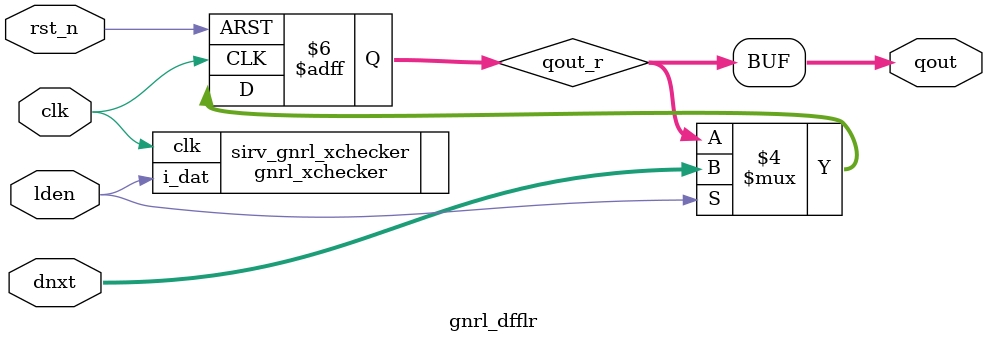
<source format=v>
 /*                                                                      
 Copyright 2018-2020 Nuclei System Technology, Inc.                
                                                                         
 Licensed under the Apache License, Version 2.0 (the "License");         
 you may not use this file except in compliance with the License.        
 You may obtain a copy of the License at                                 
                                                                         
     http://www.apache.org/licenses/LICENSE-2.0                          
                                                                         
  Unless required by applicable law or agreed to in writing, software    
 distributed under the License is distributed on an "AS IS" BASIS,       
 WITHOUT WARRANTIES OR CONDITIONS OF ANY KIND, either express or implied.
 See the License for the specific language governing permissions and     
 limitations under the License.                                          
 */                                                                      
                                                                         
                                                                         
                                                                         
//=====================================================================
//
// Designer   : Bob Hu
//
// Description:
//  All of the general DFF and Latch modules
//
// ====================================================================
 
// ===========================================================================
//
// Description:
//  Verilog module sirv_gnrl DFF with Load-enable and Reset
//  Default reset value is 0
//
// ===========================================================================

module gnrl_dfflr # (
    parameter DW = 32
  ) (
    input               lden, 
    input      [DW-1:0] dnxt,
    output     [DW-1:0] qout,
  
    input               clk,
    input               rst_n
  );
  
  reg [DW-1:0] qout_r;
  
  always @(posedge clk or negedge rst_n)
  begin : DFFLR_PROC
    if (rst_n == 1'b0)
      qout_r <= {DW{1'b0}};
    else if (lden == 1'b1)
      qout_r <= dnxt;
  end
  
  assign qout = qout_r;
  

  // pragma translate_off
`ifndef VERILATOR
  gnrl_xchecker # (
    .DW(1)
  ) sirv_gnrl_xchecker(
    .i_dat(lden),
    .clk  (clk)
  );
  `endif
  // pragma translate_on
      
  
  endmodule
</source>
